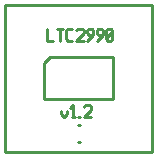
<source format=gbr>
G04 start of page 8 for group -4079 idx -4079 *
G04 Title: (unknown), topsilk *
G04 Creator: pcb 20110918 *
G04 CreationDate: Sun 08 May 2016 03:03:44 AM GMT UTC *
G04 For: petersen *
G04 Format: Gerber/RS-274X *
G04 PCB-Dimensions: 50000 50000 *
G04 PCB-Coordinate-Origin: lower left *
%MOIN*%
%FSLAX25Y25*%
%LNTOPSILK*%
%ADD29C,0.0100*%
G54D29*X500Y49500D02*X49500D01*
Y500D01*
X500D02*Y49500D01*
X49500Y500D02*X500D01*
X14500Y41500D02*Y37500D01*
X16500D01*
X17700Y41500D02*X19700D01*
X18700D02*Y37500D01*
X21400D02*X22900D01*
X20900Y38000D02*X21400Y37500D01*
X20900Y41000D02*Y38000D01*
Y41000D02*X21400Y41500D01*
X22900D01*
X24100Y41000D02*X24600Y41500D01*
X26100D01*
X26600Y41000D01*
Y40000D01*
X24100Y37500D02*X26600Y40000D01*
X24100Y37500D02*X26600D01*
X27800D02*X29800Y39500D01*
Y41000D02*Y39500D01*
X29300Y41500D02*X29800Y41000D01*
X28300Y41500D02*X29300D01*
X27800Y41000D02*X28300Y41500D01*
X27800Y41000D02*Y40000D01*
X28300Y39500D01*
X29800D01*
X31000Y37500D02*X33000Y39500D01*
Y41000D02*Y39500D01*
X32500Y41500D02*X33000Y41000D01*
X31500Y41500D02*X32500D01*
X31000Y41000D02*X31500Y41500D01*
X31000Y41000D02*Y40000D01*
X31500Y39500D01*
X33000D01*
X34200Y38000D02*X34700Y37500D01*
X34200Y41000D02*Y38000D01*
Y41000D02*X34700Y41500D01*
X35700D01*
X36200Y41000D01*
Y38000D01*
X35700Y37500D02*X36200Y38000D01*
X34700Y37500D02*X35700D01*
X34200Y38500D02*X36200Y40500D01*
X19000Y14000D02*Y13000D01*
X20000Y12000D01*
X21000Y13000D01*
Y14000D02*Y13000D01*
X22700Y12000D02*X23700D01*
X23200Y16000D02*Y12000D01*
X22200Y15000D02*X23200Y16000D01*
X24900Y12000D02*X25400D01*
X26600Y15500D02*X27100Y16000D01*
X28600D01*
X29100Y15500D01*
Y14500D01*
X26600Y12000D02*X29100Y14500D01*
X26600Y12000D02*X29100D01*
X36496Y32000D02*Y18000D01*
X15504Y32000D02*X36496D01*
X13504Y18000D02*Y30000D01*
X36496Y18000D02*X13504D01*
Y30000D02*X15504Y32000D01*
X24607Y3745D02*X25393D01*
X24607Y9255D02*X25393D01*
M02*

</source>
